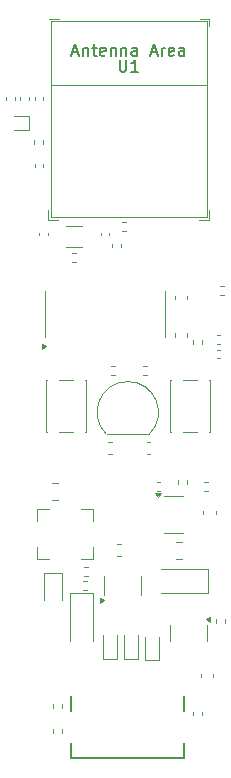
<source format=gbr>
%TF.GenerationSoftware,KiCad,Pcbnew,9.0.1*%
%TF.CreationDate,2025-04-24T11:10:19+02:00*%
%TF.ProjectId,crimpdeq,6372696d-7064-4657-912e-6b696361645f,rev?*%
%TF.SameCoordinates,Original*%
%TF.FileFunction,Legend,Top*%
%TF.FilePolarity,Positive*%
%FSLAX46Y46*%
G04 Gerber Fmt 4.6, Leading zero omitted, Abs format (unit mm)*
G04 Created by KiCad (PCBNEW 9.0.1) date 2025-04-24 11:10:19*
%MOMM*%
%LPD*%
G01*
G04 APERTURE LIST*
%ADD10C,0.150000*%
%ADD11C,0.120000*%
%ADD12C,0.200000*%
G04 APERTURE END LIST*
D10*
X140038095Y-50654819D02*
X140038095Y-51464342D01*
X140038095Y-51464342D02*
X140085714Y-51559580D01*
X140085714Y-51559580D02*
X140133333Y-51607200D01*
X140133333Y-51607200D02*
X140228571Y-51654819D01*
X140228571Y-51654819D02*
X140419047Y-51654819D01*
X140419047Y-51654819D02*
X140514285Y-51607200D01*
X140514285Y-51607200D02*
X140561904Y-51559580D01*
X140561904Y-51559580D02*
X140609523Y-51464342D01*
X140609523Y-51464342D02*
X140609523Y-50654819D01*
X141609523Y-51654819D02*
X141038095Y-51654819D01*
X141323809Y-51654819D02*
X141323809Y-50654819D01*
X141323809Y-50654819D02*
X141228571Y-50797676D01*
X141228571Y-50797676D02*
X141133333Y-50892914D01*
X141133333Y-50892914D02*
X141038095Y-50940533D01*
X136038094Y-50019104D02*
X136514284Y-50019104D01*
X135942856Y-50304819D02*
X136276189Y-49304819D01*
X136276189Y-49304819D02*
X136609522Y-50304819D01*
X136942856Y-49638152D02*
X136942856Y-50304819D01*
X136942856Y-49733390D02*
X136990475Y-49685771D01*
X136990475Y-49685771D02*
X137085713Y-49638152D01*
X137085713Y-49638152D02*
X137228570Y-49638152D01*
X137228570Y-49638152D02*
X137323808Y-49685771D01*
X137323808Y-49685771D02*
X137371427Y-49781009D01*
X137371427Y-49781009D02*
X137371427Y-50304819D01*
X137704761Y-49638152D02*
X138085713Y-49638152D01*
X137847618Y-49304819D02*
X137847618Y-50161961D01*
X137847618Y-50161961D02*
X137895237Y-50257200D01*
X137895237Y-50257200D02*
X137990475Y-50304819D01*
X137990475Y-50304819D02*
X138085713Y-50304819D01*
X138799999Y-50257200D02*
X138704761Y-50304819D01*
X138704761Y-50304819D02*
X138514285Y-50304819D01*
X138514285Y-50304819D02*
X138419047Y-50257200D01*
X138419047Y-50257200D02*
X138371428Y-50161961D01*
X138371428Y-50161961D02*
X138371428Y-49781009D01*
X138371428Y-49781009D02*
X138419047Y-49685771D01*
X138419047Y-49685771D02*
X138514285Y-49638152D01*
X138514285Y-49638152D02*
X138704761Y-49638152D01*
X138704761Y-49638152D02*
X138799999Y-49685771D01*
X138799999Y-49685771D02*
X138847618Y-49781009D01*
X138847618Y-49781009D02*
X138847618Y-49876247D01*
X138847618Y-49876247D02*
X138371428Y-49971485D01*
X139276190Y-49638152D02*
X139276190Y-50304819D01*
X139276190Y-49733390D02*
X139323809Y-49685771D01*
X139323809Y-49685771D02*
X139419047Y-49638152D01*
X139419047Y-49638152D02*
X139561904Y-49638152D01*
X139561904Y-49638152D02*
X139657142Y-49685771D01*
X139657142Y-49685771D02*
X139704761Y-49781009D01*
X139704761Y-49781009D02*
X139704761Y-50304819D01*
X140180952Y-49638152D02*
X140180952Y-50304819D01*
X140180952Y-49733390D02*
X140228571Y-49685771D01*
X140228571Y-49685771D02*
X140323809Y-49638152D01*
X140323809Y-49638152D02*
X140466666Y-49638152D01*
X140466666Y-49638152D02*
X140561904Y-49685771D01*
X140561904Y-49685771D02*
X140609523Y-49781009D01*
X140609523Y-49781009D02*
X140609523Y-50304819D01*
X141514285Y-50304819D02*
X141514285Y-49781009D01*
X141514285Y-49781009D02*
X141466666Y-49685771D01*
X141466666Y-49685771D02*
X141371428Y-49638152D01*
X141371428Y-49638152D02*
X141180952Y-49638152D01*
X141180952Y-49638152D02*
X141085714Y-49685771D01*
X141514285Y-50257200D02*
X141419047Y-50304819D01*
X141419047Y-50304819D02*
X141180952Y-50304819D01*
X141180952Y-50304819D02*
X141085714Y-50257200D01*
X141085714Y-50257200D02*
X141038095Y-50161961D01*
X141038095Y-50161961D02*
X141038095Y-50066723D01*
X141038095Y-50066723D02*
X141085714Y-49971485D01*
X141085714Y-49971485D02*
X141180952Y-49923866D01*
X141180952Y-49923866D02*
X141419047Y-49923866D01*
X141419047Y-49923866D02*
X141514285Y-49876247D01*
X142704762Y-50019104D02*
X143180952Y-50019104D01*
X142609524Y-50304819D02*
X142942857Y-49304819D01*
X142942857Y-49304819D02*
X143276190Y-50304819D01*
X143609524Y-50304819D02*
X143609524Y-49638152D01*
X143609524Y-49828628D02*
X143657143Y-49733390D01*
X143657143Y-49733390D02*
X143704762Y-49685771D01*
X143704762Y-49685771D02*
X143800000Y-49638152D01*
X143800000Y-49638152D02*
X143895238Y-49638152D01*
X144609524Y-50257200D02*
X144514286Y-50304819D01*
X144514286Y-50304819D02*
X144323810Y-50304819D01*
X144323810Y-50304819D02*
X144228572Y-50257200D01*
X144228572Y-50257200D02*
X144180953Y-50161961D01*
X144180953Y-50161961D02*
X144180953Y-49781009D01*
X144180953Y-49781009D02*
X144228572Y-49685771D01*
X144228572Y-49685771D02*
X144323810Y-49638152D01*
X144323810Y-49638152D02*
X144514286Y-49638152D01*
X144514286Y-49638152D02*
X144609524Y-49685771D01*
X144609524Y-49685771D02*
X144657143Y-49781009D01*
X144657143Y-49781009D02*
X144657143Y-49876247D01*
X144657143Y-49876247D02*
X144180953Y-49971485D01*
X145514286Y-50304819D02*
X145514286Y-49781009D01*
X145514286Y-49781009D02*
X145466667Y-49685771D01*
X145466667Y-49685771D02*
X145371429Y-49638152D01*
X145371429Y-49638152D02*
X145180953Y-49638152D01*
X145180953Y-49638152D02*
X145085715Y-49685771D01*
X145514286Y-50257200D02*
X145419048Y-50304819D01*
X145419048Y-50304819D02*
X145180953Y-50304819D01*
X145180953Y-50304819D02*
X145085715Y-50257200D01*
X145085715Y-50257200D02*
X145038096Y-50161961D01*
X145038096Y-50161961D02*
X145038096Y-50066723D01*
X145038096Y-50066723D02*
X145085715Y-49971485D01*
X145085715Y-49971485D02*
X145180953Y-49923866D01*
X145180953Y-49923866D02*
X145419048Y-49923866D01*
X145419048Y-49923866D02*
X145514286Y-49876247D01*
D11*
%TO.C,R8*%
X148536359Y-69820000D02*
X148843641Y-69820000D01*
X148536359Y-70580000D02*
X148843641Y-70580000D01*
%TO.C,D10*%
X140400000Y-99400000D02*
X140400000Y-101360000D01*
X140400000Y-101360000D02*
X141600000Y-101360000D01*
X141600000Y-99400000D02*
X141600000Y-101360000D01*
%TO.C,C17*%
X134338748Y-86465000D02*
X134861252Y-86465000D01*
X134338748Y-87935000D02*
X134861252Y-87935000D01*
%TO.C,D1*%
X133665000Y-94115000D02*
X133665000Y-96400000D01*
X135135000Y-94115000D02*
X133665000Y-94115000D01*
X135135000Y-96400000D02*
X135135000Y-94115000D01*
%TO.C,C7*%
X133240000Y-65507836D02*
X133240000Y-65292164D01*
X133960000Y-65507836D02*
X133960000Y-65292164D01*
%TO.C,D9*%
X142200000Y-99500000D02*
X142200000Y-101460000D01*
X142200000Y-101460000D02*
X143400000Y-101460000D01*
X143400000Y-99500000D02*
X143400000Y-101460000D01*
%TO.C,U6*%
X144587500Y-87590000D02*
X143787500Y-87590000D01*
X144587500Y-87590000D02*
X145387500Y-87590000D01*
X144587500Y-90710000D02*
X143787500Y-90710000D01*
X144587500Y-90710000D02*
X145387500Y-90710000D01*
X143287500Y-87640000D02*
X143047500Y-87310000D01*
X143527500Y-87310000D01*
X143287500Y-87640000D01*
G36*
X143287500Y-87640000D02*
G01*
X143047500Y-87310000D01*
X143527500Y-87310000D01*
X143287500Y-87640000D01*
G37*
%TO.C,D7*%
X138600000Y-99400000D02*
X138600000Y-101360000D01*
X138600000Y-101360000D02*
X139800000Y-101360000D01*
X139800000Y-99400000D02*
X139800000Y-101360000D01*
%TO.C,C16*%
X147140000Y-88834420D02*
X147140000Y-89115580D01*
X148160000Y-88834420D02*
X148160000Y-89115580D01*
%TO.C,C10*%
X142359420Y-82990000D02*
X142640580Y-82990000D01*
X142359420Y-84010000D02*
X142640580Y-84010000D01*
%TO.C,R6*%
X142046359Y-76620000D02*
X142353641Y-76620000D01*
X142046359Y-77380000D02*
X142353641Y-77380000D01*
%TO.C,C11*%
X144690000Y-70634420D02*
X144690000Y-70915580D01*
X145710000Y-70634420D02*
X145710000Y-70915580D01*
%TO.C,R19*%
X134420000Y-105246359D02*
X134420000Y-105553641D01*
X135180000Y-105246359D02*
X135180000Y-105553641D01*
%TO.C,C12*%
X144690000Y-74115580D02*
X144690000Y-73834420D01*
X145710000Y-74115580D02*
X145710000Y-73834420D01*
%TO.C,C3*%
X132840000Y-59492164D02*
X132840000Y-59707836D01*
X133560000Y-59492164D02*
X133560000Y-59707836D01*
%TO.C,R11*%
X140246359Y-64420000D02*
X140553641Y-64420000D01*
X140246359Y-65180000D02*
X140553641Y-65180000D01*
%TO.C,Q2*%
X144290000Y-99200000D02*
X144290000Y-98550000D01*
X144290000Y-99200000D02*
X144290000Y-99850000D01*
X147410000Y-99200000D02*
X147410000Y-98550000D01*
X147410000Y-99200000D02*
X147410000Y-99850000D01*
X147690000Y-98277500D02*
X147360000Y-98037500D01*
X147690000Y-97797500D01*
X147690000Y-98277500D01*
G36*
X147690000Y-98277500D02*
G01*
X147360000Y-98037500D01*
X147690000Y-97797500D01*
X147690000Y-98277500D01*
G37*
%TO.C,SW2*%
X144300000Y-77800000D02*
X144300000Y-82200000D01*
X144300000Y-82200000D02*
X144420000Y-82200000D01*
X144420000Y-77800000D02*
X144300000Y-77800000D01*
X145430000Y-82200000D02*
X146570000Y-82200000D01*
X146570000Y-77800000D02*
X145430000Y-77800000D01*
X147580000Y-82200000D02*
X147700000Y-82200000D01*
X147700000Y-77800000D02*
X147580000Y-77800000D01*
X147700000Y-82200000D02*
X147700000Y-77800000D01*
%TO.C,C1*%
X132840000Y-54027836D02*
X132840000Y-53812164D01*
X133560000Y-54027836D02*
X133560000Y-53812164D01*
%TO.C,C4*%
X130440000Y-54027836D02*
X130440000Y-53812164D01*
X131160000Y-54027836D02*
X131160000Y-53812164D01*
%TO.C,R15*%
X147513641Y-86420000D02*
X147206359Y-86420000D01*
X147513641Y-87180000D02*
X147206359Y-87180000D01*
%TO.C,D2*%
X147560000Y-93800000D02*
X143550000Y-93800000D01*
X147560000Y-95800000D02*
X143550000Y-95800000D01*
X147560000Y-95800000D02*
X147560000Y-93800000D01*
%TO.C,U2*%
X138690000Y-95137500D02*
X138690000Y-94337500D01*
X138690000Y-95137500D02*
X138690000Y-95937500D01*
X141810000Y-95137500D02*
X141810000Y-94337500D01*
X141810000Y-95137500D02*
X141810000Y-95937500D01*
X138740000Y-96437500D02*
X138410000Y-96677500D01*
X138410000Y-96197500D01*
X138740000Y-96437500D01*
G36*
X138740000Y-96437500D02*
G01*
X138410000Y-96677500D01*
X138410000Y-96197500D01*
X138740000Y-96437500D01*
G37*
%TO.C,R9*%
X148220000Y-98046359D02*
X148220000Y-98353641D01*
X148980000Y-98046359D02*
X148980000Y-98353641D01*
%TO.C,R10*%
X148553641Y-73995000D02*
X148246359Y-73995000D01*
X148553641Y-74755000D02*
X148246359Y-74755000D01*
%TO.C,R18*%
X146220000Y-105846359D02*
X146220000Y-106153641D01*
X146980000Y-105846359D02*
X146980000Y-106153641D01*
%TO.C,R17*%
X134420000Y-107663641D02*
X134420000Y-107356359D01*
X135180000Y-107663641D02*
X135180000Y-107356359D01*
%TO.C,U1*%
X134000000Y-63400000D02*
X134000000Y-64200000D01*
X134000000Y-64200000D02*
X134800000Y-64200000D01*
X134200000Y-47400000D02*
X147400000Y-47400000D01*
X134200000Y-52800000D02*
X147400000Y-52800000D01*
X134200000Y-64000000D02*
X134200000Y-47400000D01*
X134875000Y-47200000D02*
X134025000Y-47200000D01*
X146850000Y-47200000D02*
X147600000Y-47200000D01*
X147400000Y-47400000D02*
X147400000Y-64000000D01*
X147400000Y-64000000D02*
X134200000Y-64000000D01*
X147600000Y-47200000D02*
X147600000Y-47800000D01*
X147600000Y-63400000D02*
X147600000Y-64200000D01*
X147600000Y-64200000D02*
X146800000Y-64200000D01*
%TO.C,R3*%
X137263641Y-94820000D02*
X136956359Y-94820000D01*
X137263641Y-95580000D02*
X136956359Y-95580000D01*
%TO.C,L1*%
X133015000Y-88690000D02*
X133015000Y-89715000D01*
X133015000Y-88690000D02*
X134040000Y-88690000D01*
X133015000Y-92910000D02*
X133015000Y-91885000D01*
X133015000Y-92910000D02*
X134040000Y-92910000D01*
X137785000Y-88690000D02*
X136760000Y-88690000D01*
X137785000Y-88690000D02*
X137785000Y-89715000D01*
X137785000Y-92910000D02*
X136760000Y-92910000D01*
X137785000Y-92910000D02*
X137785000Y-91885000D01*
%TO.C,C2*%
X131640000Y-54027836D02*
X131640000Y-53812164D01*
X132360000Y-54027836D02*
X132360000Y-53812164D01*
%TO.C,R16*%
X144960000Y-86553641D02*
X144960000Y-86246359D01*
X145720000Y-86553641D02*
X145720000Y-86246359D01*
%TO.C,Q1*%
X138930000Y-82350000D02*
X142530000Y-82350000D01*
X138891522Y-82338478D02*
G75*
G02*
X140730000Y-77899999I1838478J1838478D01*
G01*
X140730000Y-77900000D02*
G75*
G02*
X142568478Y-82338478I0J-2600000D01*
G01*
%TO.C,R12*%
X139420000Y-66553641D02*
X139420000Y-66246359D01*
X140180000Y-66553641D02*
X140180000Y-66246359D01*
%TO.C,C8*%
X138440000Y-65292164D02*
X138440000Y-65507836D01*
X139160000Y-65292164D02*
X139160000Y-65507836D01*
%TO.C,R1*%
X132820000Y-57446359D02*
X132820000Y-57753641D01*
X133580000Y-57446359D02*
X133580000Y-57753641D01*
%TO.C,R14*%
X143493641Y-86420000D02*
X143186359Y-86420000D01*
X143493641Y-87180000D02*
X143186359Y-87180000D01*
%TO.C,Y1*%
X136875000Y-64725000D02*
X135525000Y-64725000D01*
X136875000Y-66475000D02*
X135525000Y-66475000D01*
%TO.C,R7*%
X146220000Y-74728641D02*
X146220000Y-74421359D01*
X146980000Y-74728641D02*
X146980000Y-74421359D01*
%TO.C,C9*%
X139084420Y-82990000D02*
X139365580Y-82990000D01*
X139084420Y-84010000D02*
X139365580Y-84010000D01*
%TO.C,C5*%
X139859420Y-91690000D02*
X140140580Y-91690000D01*
X139859420Y-92710000D02*
X140140580Y-92710000D01*
%TO.C,C15*%
X145311252Y-91465000D02*
X144788748Y-91465000D01*
X145311252Y-92935000D02*
X144788748Y-92935000D01*
%TO.C,C6*%
X146890000Y-102659420D02*
X146890000Y-102940580D01*
X147910000Y-102659420D02*
X147910000Y-102940580D01*
%TO.C,D8*%
X135800000Y-95840000D02*
X135800000Y-99850000D01*
X137800000Y-95840000D02*
X135800000Y-95840000D01*
X137800000Y-95840000D02*
X137800000Y-99850000D01*
%TO.C,SW1*%
X133800000Y-77800000D02*
X133800000Y-82200000D01*
X133800000Y-82200000D02*
X133920000Y-82200000D01*
X133920000Y-77800000D02*
X133800000Y-77800000D01*
X134930000Y-82200000D02*
X136070000Y-82200000D01*
X136070000Y-77800000D02*
X134930000Y-77800000D01*
X137080000Y-82200000D02*
X137200000Y-82200000D01*
X137200000Y-77800000D02*
X137080000Y-77800000D01*
X137200000Y-82200000D02*
X137200000Y-77800000D01*
%TO.C,C14*%
X148507836Y-75215000D02*
X148292164Y-75215000D01*
X148507836Y-75935000D02*
X148292164Y-75935000D01*
%TO.C,R2*%
X137046359Y-93620000D02*
X137353641Y-93620000D01*
X137046359Y-94380000D02*
X137353641Y-94380000D01*
%TO.C,D3*%
X132410000Y-55390000D02*
X131100000Y-55390000D01*
X132410000Y-56610000D02*
X131100000Y-56610000D01*
X132410000Y-56610000D02*
X132410000Y-55390000D01*
%TO.C,R5*%
X139336359Y-76620000D02*
X139643641Y-76620000D01*
X139336359Y-77380000D02*
X139643641Y-77380000D01*
%TO.C,U3*%
X133740000Y-72200000D02*
X133740000Y-70250000D01*
X133740000Y-72200000D02*
X133740000Y-74150000D01*
X143860000Y-72200000D02*
X143860000Y-70250000D01*
X143860000Y-72200000D02*
X143860000Y-74150000D01*
X133795000Y-74925000D02*
X133465000Y-75165000D01*
X133465000Y-74685000D01*
X133795000Y-74925000D01*
G36*
X133795000Y-74925000D02*
G01*
X133465000Y-75165000D01*
X133465000Y-74685000D01*
X133795000Y-74925000D01*
G37*
%TO.C,R4*%
X136046359Y-67020000D02*
X136353641Y-67020000D01*
X136046359Y-67780000D02*
X136353641Y-67780000D01*
D12*
%TO.C,J2*%
X135930000Y-104550000D02*
X135930000Y-105800000D01*
X135930000Y-108520000D02*
X135930000Y-109800000D01*
X135930000Y-109800000D02*
X145510000Y-109800000D01*
X145510000Y-104550000D02*
X145510000Y-105800000D01*
X145510000Y-109800000D02*
X145510000Y-108520000D01*
%TD*%
M02*

</source>
